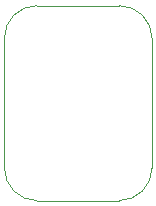
<source format=gbr>
%TF.GenerationSoftware,KiCad,Pcbnew,7.0.8*%
%TF.CreationDate,2024-05-19T14:37:02-04:00*%
%TF.ProjectId,TempHumiditySensor,54656d70-4875-46d6-9964-69747953656e,rev?*%
%TF.SameCoordinates,Original*%
%TF.FileFunction,Profile,NP*%
%FSLAX46Y46*%
G04 Gerber Fmt 4.6, Leading zero omitted, Abs format (unit mm)*
G04 Created by KiCad (PCBNEW 7.0.8) date 2024-05-19 14:37:02*
%MOMM*%
%LPD*%
G01*
G04 APERTURE LIST*
%TA.AperFunction,Profile*%
%ADD10C,0.100000*%
%TD*%
G04 APERTURE END LIST*
D10*
X142250000Y-70000000D02*
X142250000Y-81000000D01*
X142250000Y-70000000D02*
G75*
G03*
X139500000Y-67250000I-2750000J0D01*
G01*
X132500000Y-67250000D02*
X139500000Y-67250000D01*
X132500000Y-67250000D02*
G75*
G03*
X129750000Y-70000000I0J-2750000D01*
G01*
X129750000Y-81000000D02*
X129750000Y-70000000D01*
X129750000Y-81000000D02*
G75*
G03*
X132500000Y-83750000I2750000J0D01*
G01*
X139500000Y-83750000D02*
X132500000Y-83750000D01*
X139500000Y-83750000D02*
G75*
G03*
X142250000Y-81000000I0J2750000D01*
G01*
X129750000Y-80250000D02*
X129750000Y-80250000D01*
M02*

</source>
